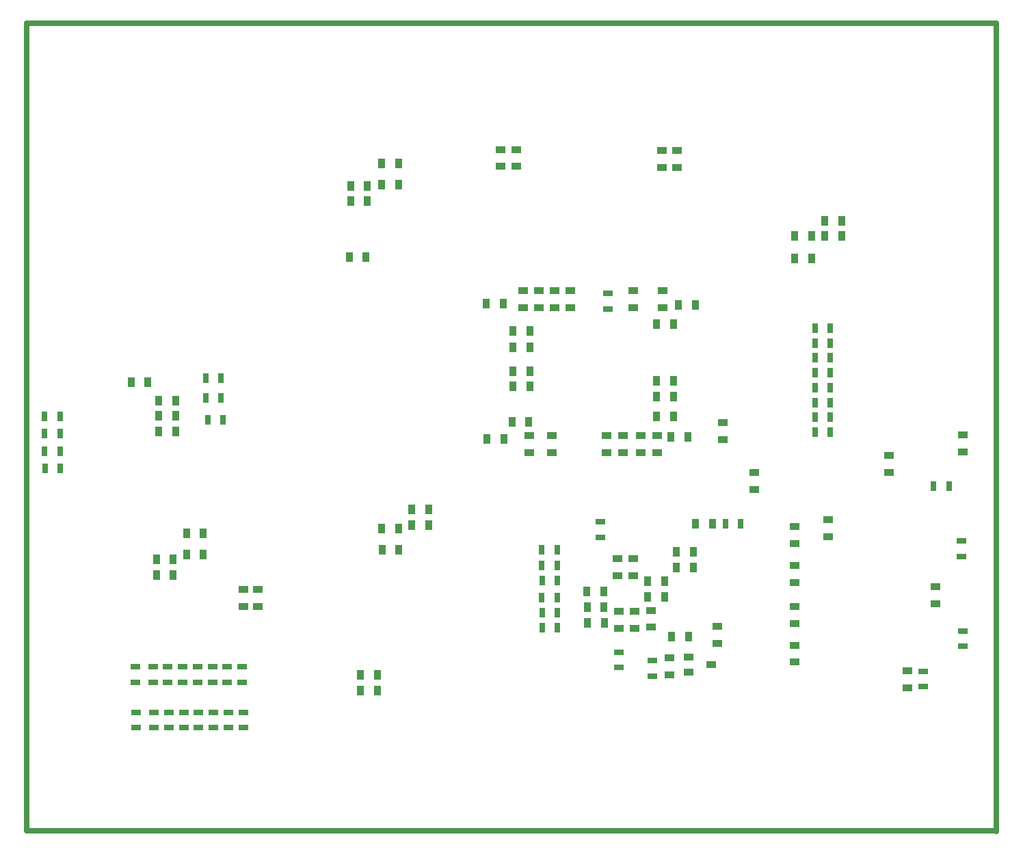
<source format=gbp>
G04*
G04 #@! TF.GenerationSoftware,Altium Limited,Altium Designer,18.1.7 (191)*
G04*
G04 Layer_Color=128*
%FSLAX24Y24*%
%MOIN*%
G70*
G01*
G75*
%ADD25C,0.0250*%
%ADD29R,0.0472X0.0354*%
%ADD37R,0.0512X0.0276*%
%ADD38R,0.0354X0.0472*%
%ADD39R,0.0276X0.0512*%
%ADD154R,0.0492X0.0335*%
D25*
X0Y0D02*
X27Y-27D01*
X47257D01*
X47261Y-32D01*
Y49D01*
Y39359D01*
X47263Y39361D01*
X20D02*
X47263D01*
X0Y39340D02*
X20Y39361D01*
X0Y0D02*
Y39340D01*
D29*
X29068Y18417D02*
D03*
Y19243D02*
D03*
X24948Y26327D02*
D03*
Y25500D02*
D03*
X24187Y26327D02*
D03*
Y25500D02*
D03*
X26488Y26327D02*
D03*
Y25500D02*
D03*
X23074Y32372D02*
D03*
Y33198D02*
D03*
X23844Y32372D02*
D03*
Y33198D02*
D03*
X10538Y10923D02*
D03*
Y11750D02*
D03*
X11258Y10923D02*
D03*
Y11750D02*
D03*
X29561Y13253D02*
D03*
Y12427D02*
D03*
X30411Y10733D02*
D03*
Y9907D02*
D03*
X28851Y9857D02*
D03*
Y10683D02*
D03*
X25588Y18417D02*
D03*
Y19243D02*
D03*
X37414Y14802D02*
D03*
Y13975D02*
D03*
Y10922D02*
D03*
Y10095D02*
D03*
Y9033D02*
D03*
Y8206D02*
D03*
X44280Y11887D02*
D03*
Y11060D02*
D03*
X42008Y18287D02*
D03*
Y17461D02*
D03*
X35441Y16629D02*
D03*
Y17456D02*
D03*
X45618Y18455D02*
D03*
Y19282D02*
D03*
X42923Y7782D02*
D03*
Y6956D02*
D03*
X33933Y19887D02*
D03*
Y19060D02*
D03*
X30940Y33144D02*
D03*
Y32317D02*
D03*
X31700Y33144D02*
D03*
Y32317D02*
D03*
X28268Y19243D02*
D03*
Y18417D02*
D03*
X29548Y25500D02*
D03*
Y26327D02*
D03*
X29918Y19243D02*
D03*
Y18417D02*
D03*
X24501Y19243D02*
D03*
Y18417D02*
D03*
X25718Y25500D02*
D03*
Y26327D02*
D03*
X30707Y19243D02*
D03*
Y18417D02*
D03*
X30973Y25500D02*
D03*
Y26327D02*
D03*
X28781Y12427D02*
D03*
Y13253D02*
D03*
X33641Y9120D02*
D03*
Y9947D02*
D03*
X29611Y10683D02*
D03*
Y9857D02*
D03*
X31321Y7577D02*
D03*
Y8403D02*
D03*
X39070Y14330D02*
D03*
Y15157D02*
D03*
X37414Y12080D02*
D03*
Y12907D02*
D03*
D37*
X6184Y5760D02*
D03*
Y5012D02*
D03*
X7654Y5760D02*
D03*
Y5012D02*
D03*
X9074Y5760D02*
D03*
Y5012D02*
D03*
X10554Y5760D02*
D03*
Y5012D02*
D03*
X6158Y7969D02*
D03*
Y7221D02*
D03*
X7598Y7969D02*
D03*
Y7221D02*
D03*
X9058Y7969D02*
D03*
Y7221D02*
D03*
X10488Y7969D02*
D03*
Y7221D02*
D03*
X28306Y26172D02*
D03*
Y25424D02*
D03*
X43683Y7005D02*
D03*
Y7753D02*
D03*
X9758Y7221D02*
D03*
Y7969D02*
D03*
X6868Y7221D02*
D03*
Y7969D02*
D03*
X9824Y5012D02*
D03*
Y5760D02*
D03*
X5289Y7221D02*
D03*
Y7969D02*
D03*
X8344Y5012D02*
D03*
Y5760D02*
D03*
X6924Y5012D02*
D03*
Y5760D02*
D03*
X5316Y5012D02*
D03*
Y5760D02*
D03*
X8328Y7221D02*
D03*
Y7969D02*
D03*
X27937Y14291D02*
D03*
Y15039D02*
D03*
X28851Y7942D02*
D03*
Y8690D02*
D03*
X30476Y8275D02*
D03*
Y7527D02*
D03*
X45560Y13360D02*
D03*
Y14108D02*
D03*
X45620Y8970D02*
D03*
Y9718D02*
D03*
D38*
X31522Y24693D02*
D03*
X30695D02*
D03*
X23695Y21658D02*
D03*
X24522D02*
D03*
X23695Y22398D02*
D03*
X24522D02*
D03*
X23695Y23568D02*
D03*
X24522D02*
D03*
X23695Y24350D02*
D03*
X24522D02*
D03*
X38880Y28983D02*
D03*
X39707D02*
D03*
X38880Y29733D02*
D03*
X39707D02*
D03*
X38257Y27873D02*
D03*
X37430D02*
D03*
X38247Y28983D02*
D03*
X37420D02*
D03*
X17293Y31494D02*
D03*
X18120D02*
D03*
X17293Y32534D02*
D03*
X18120D02*
D03*
X5076Y21863D02*
D03*
X5903D02*
D03*
X7261Y20964D02*
D03*
X6434D02*
D03*
Y20204D02*
D03*
X7261D02*
D03*
X6434Y19444D02*
D03*
X7261D02*
D03*
X7132Y12464D02*
D03*
X6306D02*
D03*
X7132Y13224D02*
D03*
X6306D02*
D03*
X7776Y13454D02*
D03*
X8602D02*
D03*
X7776Y14474D02*
D03*
X8602D02*
D03*
X17071Y7577D02*
D03*
X16244D02*
D03*
X31074Y11390D02*
D03*
X30247D02*
D03*
X31074Y12140D02*
D03*
X30247D02*
D03*
X31647Y12810D02*
D03*
X32474D02*
D03*
X31657Y13570D02*
D03*
X32484D02*
D03*
X27309Y10881D02*
D03*
X28136D02*
D03*
X31420Y9466D02*
D03*
X32247D02*
D03*
X18135Y13676D02*
D03*
X17308D02*
D03*
X18122Y14706D02*
D03*
X17295D02*
D03*
X18745Y14886D02*
D03*
X19572D02*
D03*
X18745Y15646D02*
D03*
X19572D02*
D03*
X23642Y19915D02*
D03*
X24469D02*
D03*
X23262Y19080D02*
D03*
X22435D02*
D03*
X31522Y21148D02*
D03*
X30695D02*
D03*
X31522Y20183D02*
D03*
X30695D02*
D03*
Y21918D02*
D03*
X31522D02*
D03*
X31402Y19194D02*
D03*
X32229D02*
D03*
X16535Y27961D02*
D03*
X15708D02*
D03*
X32578Y14938D02*
D03*
X33405D02*
D03*
X15773Y30674D02*
D03*
X16600D02*
D03*
X15773Y31434D02*
D03*
X16600D02*
D03*
X16244Y6807D02*
D03*
X17071D02*
D03*
X31758Y25628D02*
D03*
X32585D02*
D03*
X22396Y25674D02*
D03*
X23223D02*
D03*
X27327Y10110D02*
D03*
X28154D02*
D03*
X28114Y11660D02*
D03*
X27287D02*
D03*
D39*
X1635Y17660D02*
D03*
X887D02*
D03*
X8813Y20034D02*
D03*
X9561D02*
D03*
X9454Y21070D02*
D03*
X8706D02*
D03*
X9455Y22057D02*
D03*
X8706D02*
D03*
X25861Y9890D02*
D03*
X25113D02*
D03*
X25111Y10620D02*
D03*
X25859D02*
D03*
X25093Y11360D02*
D03*
X25841D02*
D03*
X25112Y12175D02*
D03*
X25860D02*
D03*
X25102Y12923D02*
D03*
X25850D02*
D03*
X25102Y13673D02*
D03*
X25850D02*
D03*
X34041Y14953D02*
D03*
X34789D02*
D03*
X44194Y16778D02*
D03*
X44942D02*
D03*
X862Y18495D02*
D03*
X1610D02*
D03*
X866Y19340D02*
D03*
X1614D02*
D03*
X866Y20179D02*
D03*
X1614D02*
D03*
X39155Y24494D02*
D03*
X38407D02*
D03*
X39155Y23768D02*
D03*
X38407D02*
D03*
X39155Y21591D02*
D03*
X38407D02*
D03*
X39155Y20140D02*
D03*
X38407D02*
D03*
X39155Y20865D02*
D03*
X38407D02*
D03*
X39155Y19414D02*
D03*
X38407D02*
D03*
X39155Y23042D02*
D03*
X38407D02*
D03*
X39155Y22317D02*
D03*
X38407D02*
D03*
D154*
X32270Y7713D02*
D03*
Y8461D02*
D03*
X33368Y8087D02*
D03*
M02*

</source>
